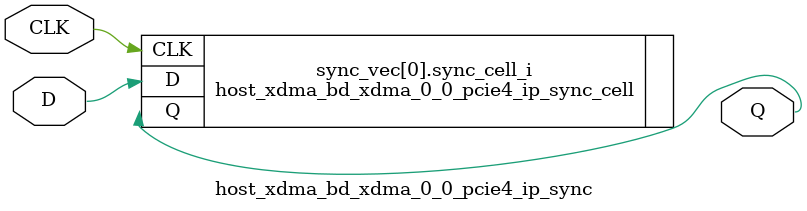
<source format=v>

`timescale 1ps / 1ps

(* DowngradeIPIdentifiedWarnings = "yes" *)
module host_xdma_bd_xdma_0_0_pcie4_ip_sync #
(
    parameter integer WIDTH = 1, 
    parameter integer STAGE = 3
)
(
    //-------------------------------------------------------------------------- 
    //  Input Ports
    //-------------------------------------------------------------------------- 
    input                               CLK,
    input       [WIDTH-1:0]             D,
    
    //-------------------------------------------------------------------------- 
    //  Output Ports
    //-------------------------------------------------------------------------- 
    output      [WIDTH-1:0]             Q
);                                                        



//--------------------------------------------------------------------------------------------------
//  Generate Synchronizer - Begin
//--------------------------------------------------------------------------------------------------
genvar i;

generate for (i=0; i<WIDTH; i=i+1) 

    begin : sync_vec

    //----------------------------------------------------------------------
    //  Synchronizer
    //----------------------------------------------------------------------
    host_xdma_bd_xdma_0_0_pcie4_ip_sync_cell #
    (
        .STAGE                          (STAGE)
    )    
    sync_cell_i
    (
        //------------------------------------------------------------------
        //  Input Ports
        //------------------------------------------------------------------
        .CLK                            (CLK),
        .D                              (D[i]),

        //------------------------------------------------------------------
        //  Output Ports
        //------------------------------------------------------------------
        .Q                              (Q[i])
    );
 
    end   
      
endgenerate 
//--------------------------------------------------------------------------------------------------
//  Generate - End
//--------------------------------------------------------------------------------------------------



endmodule

</source>
